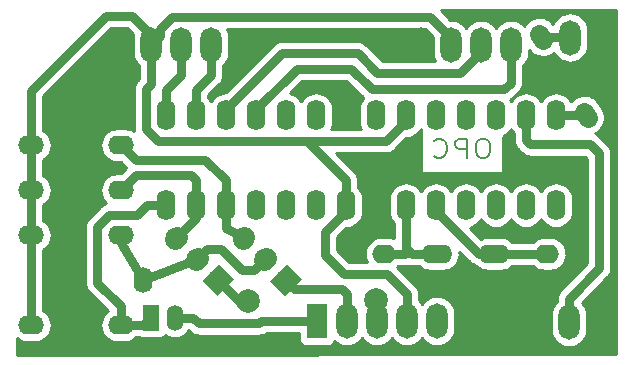
<source format=gbr>
G04 #@! TF.GenerationSoftware,KiCad,Pcbnew,5.1.4-3.fc30*
G04 #@! TF.CreationDate,2019-09-04T23:18:52+02:00*
G04 #@! TF.ProjectId,PrintEye,5072696e-7445-4796-952e-6b696361645f,rev?*
G04 #@! TF.SameCoordinates,PX7274898PY7142240*
G04 #@! TF.FileFunction,Copper,L2,Bot*
G04 #@! TF.FilePolarity,Positive*
%FSLAX46Y46*%
G04 Gerber Fmt 4.6, Leading zero omitted, Abs format (unit mm)*
G04 Created by KiCad (PCBNEW 5.1.4-3.fc30) date 2019-09-04 23:18:52*
%MOMM*%
%LPD*%
G04 APERTURE LIST*
%ADD10C,0.200000*%
%ADD11O,1.800000X3.000000*%
%ADD12R,1.800000X3.000000*%
%ADD13C,1.800000*%
%ADD14C,0.100000*%
%ADD15C,1.800000*%
%ADD16O,2.600000X1.600000*%
%ADD17C,1.600000*%
%ADD18C,1.600000*%
%ADD19O,2.200000X1.600000*%
%ADD20O,1.600000X2.200000*%
%ADD21O,1.400000X2.200000*%
%ADD22R,1.400000X2.200000*%
%ADD23O,2.000000X1.600000*%
%ADD24O,1.600000X2.600000*%
%ADD25C,1.000000*%
%ADD26C,2.000000*%
%ADD27C,0.800000*%
%ADD28C,0.254000*%
G04 APERTURE END LIST*
D10*
X40371428Y18976191D02*
X40028571Y18976191D01*
X39857142Y18900000D01*
X39685714Y18747620D01*
X39600000Y18442858D01*
X39600000Y17909524D01*
X39685714Y17604762D01*
X39857142Y17452381D01*
X40028571Y17376191D01*
X40371428Y17376191D01*
X40542857Y17452381D01*
X40714285Y17604762D01*
X40800000Y17909524D01*
X40800000Y18442858D01*
X40714285Y18747620D01*
X40542857Y18900000D01*
X40371428Y18976191D01*
X38828571Y17376191D02*
X38828571Y18976191D01*
X38142857Y18976191D01*
X37971428Y18900000D01*
X37885714Y18823810D01*
X37800000Y18671429D01*
X37800000Y18442858D01*
X37885714Y18290477D01*
X37971428Y18214286D01*
X38142857Y18138096D01*
X38828571Y18138096D01*
X36000000Y17528572D02*
X36085714Y17452381D01*
X36342857Y17376191D01*
X36514285Y17376191D01*
X36771428Y17452381D01*
X36942857Y17604762D01*
X37028571Y17757143D01*
X37114285Y18061905D01*
X37114285Y18290477D01*
X37028571Y18595239D01*
X36942857Y18747620D01*
X36771428Y18900000D01*
X36514285Y18976191D01*
X36342857Y18976191D01*
X36085714Y18900000D01*
X36000000Y18823810D01*
D11*
X38800000Y3550000D03*
X36260000Y3550000D03*
X33720000Y3550000D03*
X31180000Y3550000D03*
X28640000Y3550000D03*
D12*
X26100000Y3550000D03*
D11*
X47560000Y27550000D03*
D12*
X50100000Y27550000D03*
D11*
X47460000Y3450000D03*
D12*
X50000000Y3450000D03*
D13*
X23495000Y7000000D03*
D14*
G36*
X23565711Y8343503D02*
G01*
X24838503Y7070711D01*
X23424289Y5656497D01*
X22151497Y6929289D01*
X23565711Y8343503D01*
X23565711Y8343503D01*
G37*
D13*
X19902898Y10592102D03*
D15*
X19973609Y10662813D02*
X19832187Y10521391D01*
D13*
X21698949Y8796051D03*
D15*
X21769660Y8866762D02*
X21628238Y8725340D01*
D13*
X17780000Y7000000D03*
D14*
G36*
X17850711Y8343503D02*
G01*
X19123503Y7070711D01*
X17709289Y5656497D01*
X16436497Y6929289D01*
X17850711Y8343503D01*
X17850711Y8343503D01*
G37*
D13*
X14187898Y10592102D03*
D15*
X14258609Y10662813D02*
X14117187Y10521391D01*
D13*
X15983949Y8796051D03*
D15*
X16054660Y8866762D02*
X15913238Y8725340D01*
D11*
X17145000Y26920000D03*
X14605000Y26920000D03*
X12065000Y26920000D03*
X9525000Y26920000D03*
X42545000Y26920000D03*
X40005000Y26920000D03*
X37465000Y26920000D03*
X34925000Y26920000D03*
D16*
X36255000Y9240000D03*
X41135000Y9240000D03*
D17*
X45090000Y27599114D03*
D18*
X45240000Y27339306D02*
X44940000Y27858922D01*
D17*
X48900000Y21000000D03*
D18*
X49050000Y20740192D02*
X48750000Y21259808D01*
D19*
X9525000Y18430000D03*
X1905000Y18430000D03*
X9525000Y14620000D03*
X1905000Y14620000D03*
D20*
X3810000Y7000000D03*
X11430000Y7000000D03*
D19*
X9525000Y10810000D03*
X1905000Y10810000D03*
X1905000Y3190000D03*
X9525000Y3190000D03*
D21*
X14065000Y3825000D03*
D22*
X12065000Y3825000D03*
D23*
X45620000Y9240000D03*
X48120000Y9240000D03*
X31800000Y9240000D03*
X29300000Y9240000D03*
D24*
X13335000Y20970000D03*
X46355000Y13350000D03*
X15875000Y20970000D03*
X43815000Y13350000D03*
X18415000Y20970000D03*
X41275000Y13350000D03*
X20955000Y20970000D03*
X38735000Y13350000D03*
X23495000Y20970000D03*
X36195000Y13350000D03*
X26035000Y20970000D03*
X33655000Y13350000D03*
X28575000Y20970000D03*
X31115000Y13350000D03*
X31115000Y20970000D03*
X28575000Y13350000D03*
X33655000Y20970000D03*
X26035000Y13350000D03*
X36195000Y20970000D03*
X23495000Y13350000D03*
X38735000Y20970000D03*
X20955000Y13350000D03*
X41275000Y20970000D03*
X18415000Y13350000D03*
X43815000Y20970000D03*
X15875000Y13350000D03*
X46355000Y20970000D03*
X13335000Y13350000D03*
D25*
X28550000Y23100000D03*
X19050000Y24780000D03*
X8255000Y24780000D03*
X32385000Y27320000D03*
D26*
X20300000Y5250000D03*
X31100000Y5350000D03*
D27*
X35800000Y3570000D02*
X35780000Y3550000D01*
X33655000Y13350000D02*
X33655000Y10690000D01*
X33655000Y9740000D02*
X33655000Y10690000D01*
X34155000Y9240000D02*
X33655000Y9740000D01*
X36255000Y9240000D02*
X34155000Y9240000D01*
X33655000Y9295000D02*
X33655000Y9740000D01*
X33600000Y9240000D02*
X33655000Y9295000D01*
X31800000Y9240000D02*
X33600000Y9240000D01*
X28575000Y20970000D02*
X28575000Y23510000D01*
X36195000Y12850000D02*
X36195000Y13350000D01*
X39805000Y9240000D02*
X36195000Y12850000D01*
X41135000Y9240000D02*
X39805000Y9240000D01*
X45620000Y9240000D02*
X41135000Y9240000D01*
X28575000Y15450000D02*
X25255010Y18769990D01*
X1905000Y18430000D02*
X1905000Y14620000D01*
X33655000Y20470000D02*
X31954990Y18769990D01*
X33655000Y20970000D02*
X33655000Y20470000D01*
X37465000Y27770000D02*
X37465000Y27320000D01*
X1905000Y10810000D02*
X1905000Y3190000D01*
X25060010Y18769990D02*
X12630833Y18769990D01*
X28575000Y13350000D02*
X28575000Y15450000D01*
X28575000Y13350000D02*
X28575000Y13268666D01*
X25255010Y18769990D02*
X25060010Y18769990D01*
X31954990Y18769990D02*
X25060010Y18769990D01*
X1905000Y14620000D02*
X1905000Y10810000D01*
X28575000Y13850000D02*
X28575000Y13350000D01*
X28575000Y12850000D02*
X28575000Y13350000D01*
X26800000Y11075000D02*
X28575000Y12850000D01*
X26800000Y9135823D02*
X26800000Y11075000D01*
X33720000Y5850000D02*
X32030010Y7539990D01*
X28395833Y7539990D02*
X26800000Y9135823D01*
X32030010Y7539990D02*
X28395833Y7539990D01*
X33720000Y3550000D02*
X33720000Y5850000D01*
X10465000Y29370000D02*
X12065000Y27770000D01*
X8266089Y29370000D02*
X10465000Y29370000D01*
X1905000Y23008911D02*
X8266089Y29370000D01*
X12065000Y27770000D02*
X12065000Y27320000D01*
X1905000Y18430000D02*
X1905000Y23008911D01*
X37465000Y27525598D02*
X37465000Y27320000D01*
X13859412Y29320010D02*
X35670588Y29320010D01*
X35670588Y29320010D02*
X37465000Y27525598D01*
X12804990Y28265588D02*
X13859412Y29320010D01*
X12804990Y27654990D02*
X12804990Y28265588D01*
X12470000Y27320000D02*
X12804990Y27654990D01*
X12065000Y27320000D02*
X12470000Y27320000D01*
X11634990Y23208481D02*
X11634990Y19765833D01*
X11634990Y19765833D02*
X12630833Y18769990D01*
X12065000Y23638491D02*
X11634990Y23208481D01*
X12065000Y27320000D02*
X12065000Y23638491D01*
X9525000Y10810000D02*
X9525000Y10175000D01*
X9525000Y10175000D02*
X11430000Y7000000D01*
X11430000Y7000000D02*
X15983949Y8796051D01*
X18021980Y9644578D02*
X19750000Y7900000D01*
X15983949Y8796051D02*
X16832476Y9644578D01*
X16832476Y9644578D02*
X18021980Y9644578D01*
X20802898Y7900000D02*
X21698949Y8796051D01*
X19750000Y7900000D02*
X20802898Y7900000D01*
X16674990Y17190010D02*
X10764990Y17190010D01*
X10764990Y17190010D02*
X9525000Y18430000D01*
X18415000Y13350000D02*
X18415000Y15450000D01*
X18415000Y15450000D02*
X16674990Y17190010D01*
X18415000Y11445000D02*
X18415000Y13350000D01*
X19902898Y10592102D02*
X18415000Y11445000D01*
X15435000Y15890000D02*
X15875000Y15450000D01*
X9525000Y14620000D02*
X10795000Y15890000D01*
X15875000Y15450000D02*
X15875000Y13350000D01*
X10795000Y15890000D02*
X15435000Y15890000D01*
X15875000Y12279204D02*
X14187898Y10592102D01*
X15875000Y13350000D02*
X15875000Y12279204D01*
X15665000Y3825000D02*
X14065000Y3825000D01*
X16140001Y3349999D02*
X15665000Y3825000D01*
X21212001Y3349999D02*
X16140001Y3349999D01*
X21412002Y3550000D02*
X21212001Y3349999D01*
X26100000Y3550000D02*
X21412002Y3550000D01*
X29013490Y24910001D02*
X24395001Y24910001D01*
X20955000Y21470000D02*
X20955000Y20970000D01*
X24395001Y24910001D02*
X20955000Y21470000D01*
X30753481Y23170010D02*
X29013490Y24910001D01*
X42545000Y23735843D02*
X41979167Y23170010D01*
X41979167Y23170010D02*
X30753481Y23170010D01*
X42545000Y27320000D02*
X42545000Y23735843D01*
X17145000Y24340000D02*
X17145000Y27320000D01*
X15875000Y23070000D02*
X17145000Y24340000D01*
X15875000Y20970000D02*
X15875000Y23070000D01*
X7524990Y6790010D02*
X9525000Y4790000D01*
X9525000Y4790000D02*
X9525000Y3190000D01*
X7524990Y11514167D02*
X7524990Y6790010D01*
X8520833Y12510010D02*
X7524990Y11514167D01*
X10895010Y12510010D02*
X8520833Y12510010D01*
X11735000Y13350000D02*
X10895010Y12510010D01*
X13335000Y13350000D02*
X11735000Y13350000D01*
X11430000Y3190000D02*
X12065000Y3825000D01*
X9525000Y3190000D02*
X11430000Y3190000D01*
X24131395Y6363605D02*
X23495000Y7000000D01*
X24255020Y6239980D02*
X24131395Y6363605D01*
X28250020Y6239980D02*
X24255020Y6239980D01*
X28640000Y5850000D02*
X28250020Y6239980D01*
X28640000Y3550000D02*
X28640000Y5850000D01*
X20300000Y5250000D02*
X19530000Y5250000D01*
X19530000Y5250000D02*
X17780000Y7000000D01*
X31100000Y3630000D02*
X31180000Y3550000D01*
X31100000Y5350000D02*
X31100000Y3630000D01*
X43815000Y18870000D02*
X44185000Y18500000D01*
X43815000Y20970000D02*
X43815000Y18870000D01*
X44185000Y18500000D02*
X49250000Y18500000D01*
X47460000Y5450000D02*
X47460000Y3450000D01*
X50020010Y8010010D02*
X47460000Y5450000D01*
X50020010Y17729990D02*
X50020010Y8010010D01*
X49250000Y18500000D02*
X50020010Y17729990D01*
X47510886Y27599114D02*
X47560000Y27550000D01*
X45090000Y27599114D02*
X47510886Y27599114D01*
X48870000Y20970000D02*
X48900000Y21000000D01*
X46355000Y20970000D02*
X48870000Y20970000D01*
X18415000Y21470000D02*
X18415000Y20970000D01*
X23155011Y26210011D02*
X18415000Y21470000D01*
X31241991Y24519990D02*
X29551971Y26210011D01*
X29551971Y26210011D02*
X23155011Y26210011D01*
X38210588Y24519990D02*
X31241991Y24519990D01*
X40005000Y26314402D02*
X38210588Y24519990D01*
X40005000Y27320000D02*
X40005000Y26314402D01*
X14605000Y24340000D02*
X14605000Y27320000D01*
X13335000Y23070000D02*
X14605000Y24340000D01*
X13335000Y20970000D02*
X13335000Y23070000D01*
D28*
G36*
X51415001Y734342D02*
G01*
X685000Y685657D01*
X685000Y2088646D01*
X803899Y1991068D01*
X1053192Y1857818D01*
X1323691Y1775764D01*
X1534508Y1755000D01*
X2275492Y1755000D01*
X2486309Y1775764D01*
X2756808Y1857818D01*
X3006101Y1991068D01*
X3224608Y2170392D01*
X3403932Y2388899D01*
X3537182Y2638192D01*
X3619236Y2908691D01*
X3646943Y3190000D01*
X3619236Y3471309D01*
X3537182Y3741808D01*
X3403932Y3991101D01*
X3224608Y4209608D01*
X3006101Y4388932D01*
X2940000Y4424264D01*
X2940000Y9575736D01*
X3006101Y9611068D01*
X3224608Y9790392D01*
X3403932Y10008899D01*
X3537182Y10258192D01*
X3619236Y10528691D01*
X3646943Y10810000D01*
X3619236Y11091309D01*
X3537182Y11361808D01*
X3403932Y11611101D01*
X3224608Y11829608D01*
X3006101Y12008932D01*
X2940000Y12044264D01*
X2940000Y13385736D01*
X3006101Y13421068D01*
X3224608Y13600392D01*
X3403932Y13818899D01*
X3537182Y14068192D01*
X3619236Y14338691D01*
X3646943Y14620000D01*
X3619236Y14901309D01*
X3537182Y15171808D01*
X3403932Y15421101D01*
X3224608Y15639608D01*
X3006101Y15818932D01*
X2940000Y15854264D01*
X2940000Y17195736D01*
X3006101Y17231068D01*
X3224608Y17410392D01*
X3403932Y17628899D01*
X3537182Y17878192D01*
X3619236Y18148691D01*
X3646943Y18430000D01*
X3619236Y18711309D01*
X3537182Y18981808D01*
X3403932Y19231101D01*
X3224608Y19449608D01*
X3006101Y19628932D01*
X2940000Y19664264D01*
X2940000Y22580201D01*
X8694800Y28335000D01*
X10036290Y28335000D01*
X10552046Y27819244D01*
X10530000Y27595407D01*
X10530000Y26244592D01*
X10552210Y26019087D01*
X10639983Y25729739D01*
X10782520Y25463073D01*
X10974340Y25229339D01*
X11030001Y25183660D01*
X11030001Y24067202D01*
X10939087Y23976288D01*
X10899594Y23943877D01*
X10770256Y23786278D01*
X10674149Y23606473D01*
X10614966Y23411375D01*
X10599990Y23259318D01*
X10599990Y23259309D01*
X10594984Y23208481D01*
X10599990Y23157653D01*
X10599991Y19816671D01*
X10594984Y19765833D01*
X10607487Y19638881D01*
X10376808Y19762182D01*
X10106309Y19844236D01*
X9895492Y19865000D01*
X9154508Y19865000D01*
X8943691Y19844236D01*
X8673192Y19762182D01*
X8423899Y19628932D01*
X8205392Y19449608D01*
X8026068Y19231101D01*
X7892818Y18981808D01*
X7810764Y18711309D01*
X7783057Y18430000D01*
X7810764Y18148691D01*
X7892818Y17878192D01*
X8026068Y17628899D01*
X8205392Y17410392D01*
X8423899Y17231068D01*
X8673192Y17097818D01*
X8943691Y17015764D01*
X9154508Y16995000D01*
X9496289Y16995000D01*
X9966289Y16525000D01*
X9496289Y16055000D01*
X9154508Y16055000D01*
X8943691Y16034236D01*
X8673192Y15952182D01*
X8423899Y15818932D01*
X8205392Y15639608D01*
X8026068Y15421101D01*
X7892818Y15171808D01*
X7810764Y14901309D01*
X7783057Y14620000D01*
X7810764Y14338691D01*
X7892818Y14068192D01*
X8026068Y13818899D01*
X8205392Y13600392D01*
X8298360Y13524095D01*
X8122840Y13470851D01*
X8042291Y13427797D01*
X7943035Y13374744D01*
X7851018Y13299227D01*
X7785437Y13245406D01*
X7753030Y13205918D01*
X6829087Y12281974D01*
X6789594Y12249563D01*
X6660256Y12091964D01*
X6564149Y11912159D01*
X6504966Y11717061D01*
X6489990Y11565004D01*
X6489990Y11564995D01*
X6484984Y11514167D01*
X6489990Y11463339D01*
X6489991Y6840848D01*
X6484984Y6790010D01*
X6504967Y6587115D01*
X6564150Y6392017D01*
X6660256Y6212213D01*
X6757187Y6094103D01*
X6789595Y6054614D01*
X6829082Y6022208D01*
X8448961Y4402328D01*
X8423899Y4388932D01*
X8205392Y4209608D01*
X8026068Y3991101D01*
X7892818Y3741808D01*
X7810764Y3471309D01*
X7783057Y3190000D01*
X7810764Y2908691D01*
X7892818Y2638192D01*
X8026068Y2388899D01*
X8205392Y2170392D01*
X8423899Y1991068D01*
X8673192Y1857818D01*
X8943691Y1775764D01*
X9154508Y1755000D01*
X9895492Y1755000D01*
X10106309Y1775764D01*
X10376808Y1857818D01*
X10626101Y1991068D01*
X10825853Y2155000D01*
X11084335Y2155000D01*
X11120820Y2135498D01*
X11240518Y2099188D01*
X11365000Y2086928D01*
X12765000Y2086928D01*
X12889482Y2099188D01*
X13009180Y2135498D01*
X13119494Y2194463D01*
X13216185Y2273815D01*
X13275413Y2345985D01*
X13319726Y2309618D01*
X13551647Y2185653D01*
X13803295Y2109317D01*
X14065000Y2083541D01*
X14326706Y2109317D01*
X14578354Y2185653D01*
X14810275Y2309618D01*
X15013555Y2476445D01*
X15180382Y2679725D01*
X15238268Y2788022D01*
X15372194Y2654096D01*
X15404605Y2614603D01*
X15562204Y2485265D01*
X15742008Y2389158D01*
X15937106Y2329975D01*
X16089163Y2314999D01*
X16089166Y2314999D01*
X16140001Y2309992D01*
X16190836Y2314999D01*
X21161173Y2314999D01*
X21212001Y2309993D01*
X21262829Y2314999D01*
X21262839Y2314999D01*
X21414896Y2329975D01*
X21609994Y2389158D01*
X21789798Y2485265D01*
X21826030Y2515000D01*
X24561928Y2515000D01*
X24561928Y2050000D01*
X24574188Y1925518D01*
X24610498Y1805820D01*
X24669463Y1695506D01*
X24748815Y1598815D01*
X24845506Y1519463D01*
X24955820Y1460498D01*
X25075518Y1424188D01*
X25200000Y1411928D01*
X27000000Y1411928D01*
X27124482Y1424188D01*
X27244180Y1460498D01*
X27354494Y1519463D01*
X27451185Y1598815D01*
X27530537Y1695506D01*
X27589502Y1805820D01*
X27594495Y1822281D01*
X27783074Y1667519D01*
X28049740Y1524983D01*
X28339088Y1437210D01*
X28640000Y1407573D01*
X28940913Y1437210D01*
X29230261Y1524983D01*
X29496927Y1667519D01*
X29730661Y1859339D01*
X29910001Y2077865D01*
X30089340Y1859339D01*
X30323074Y1667519D01*
X30589740Y1524983D01*
X30879088Y1437210D01*
X31180000Y1407573D01*
X31480913Y1437210D01*
X31770261Y1524983D01*
X32036927Y1667519D01*
X32270661Y1859339D01*
X32450001Y2077865D01*
X32629340Y1859339D01*
X32863074Y1667519D01*
X33129740Y1524983D01*
X33419088Y1437210D01*
X33720000Y1407573D01*
X34020913Y1437210D01*
X34310261Y1524983D01*
X34576927Y1667519D01*
X34810661Y1859339D01*
X34990001Y2077865D01*
X35169340Y1859339D01*
X35403074Y1667519D01*
X35669740Y1524983D01*
X35959088Y1437210D01*
X36260000Y1407573D01*
X36560913Y1437210D01*
X36850261Y1524983D01*
X37116927Y1667519D01*
X37350661Y1859339D01*
X37542481Y2093073D01*
X37685017Y2359739D01*
X37772790Y2649087D01*
X37795000Y2874592D01*
X37795000Y4225408D01*
X37772790Y4450913D01*
X37685017Y4740261D01*
X37542481Y5006927D01*
X37350661Y5240661D01*
X37116926Y5432481D01*
X36850260Y5575017D01*
X36560912Y5662790D01*
X36260000Y5692427D01*
X35959087Y5662790D01*
X35669739Y5575017D01*
X35403073Y5432481D01*
X35169339Y5240661D01*
X34990000Y5022135D01*
X34810661Y5240661D01*
X34755000Y5286340D01*
X34755000Y5799165D01*
X34760007Y5850000D01*
X34752593Y5925276D01*
X34740024Y6052895D01*
X34680841Y6247993D01*
X34603733Y6392252D01*
X34584734Y6427798D01*
X34487803Y6545908D01*
X34455396Y6585396D01*
X34415908Y6617803D01*
X32906304Y8127406D01*
X33000853Y8205000D01*
X33549172Y8205000D01*
X33600000Y8199994D01*
X33650828Y8205000D01*
X33650838Y8205000D01*
X33802895Y8219976D01*
X33877500Y8242607D01*
X33952105Y8219976D01*
X34104162Y8205000D01*
X34104165Y8205000D01*
X34155000Y8199993D01*
X34205835Y8205000D01*
X34754147Y8205000D01*
X34953899Y8041068D01*
X35203192Y7907818D01*
X35473691Y7825764D01*
X35684508Y7805000D01*
X36825492Y7805000D01*
X37036309Y7825764D01*
X37306808Y7907818D01*
X37556101Y8041068D01*
X37774608Y8220392D01*
X37953932Y8438899D01*
X38087182Y8688192D01*
X38169236Y8958691D01*
X38196943Y9240000D01*
X38181173Y9400117D01*
X39037197Y8544092D01*
X39069604Y8504604D01*
X39109092Y8472197D01*
X39227202Y8375266D01*
X39304109Y8334159D01*
X39407007Y8279159D01*
X39602105Y8219976D01*
X39617780Y8218432D01*
X39833899Y8041068D01*
X40083192Y7907818D01*
X40353691Y7825764D01*
X40564508Y7805000D01*
X41705492Y7805000D01*
X41916309Y7825764D01*
X42186808Y7907818D01*
X42436101Y8041068D01*
X42635853Y8205000D01*
X44419147Y8205000D01*
X44618899Y8041068D01*
X44868192Y7907818D01*
X45138691Y7825764D01*
X45349508Y7805000D01*
X45890492Y7805000D01*
X46101309Y7825764D01*
X46371808Y7907818D01*
X46621101Y8041068D01*
X46839608Y8220392D01*
X47018932Y8438899D01*
X47152182Y8688192D01*
X47234236Y8958691D01*
X47261943Y9240000D01*
X47234236Y9521309D01*
X47152182Y9791808D01*
X47018932Y10041101D01*
X46839608Y10259608D01*
X46621101Y10438932D01*
X46371808Y10572182D01*
X46101309Y10654236D01*
X45890492Y10675000D01*
X45349508Y10675000D01*
X45138691Y10654236D01*
X44868192Y10572182D01*
X44618899Y10438932D01*
X44419147Y10275000D01*
X42635853Y10275000D01*
X42436101Y10438932D01*
X42186808Y10572182D01*
X41916309Y10654236D01*
X41705492Y10675000D01*
X40564508Y10675000D01*
X40353691Y10654236D01*
X40083192Y10572182D01*
X39987616Y10521095D01*
X39059765Y11448946D01*
X39286808Y11517818D01*
X39536101Y11651068D01*
X39754608Y11830392D01*
X39933932Y12048899D01*
X40005000Y12181858D01*
X40076068Y12048899D01*
X40255393Y11830392D01*
X40473900Y11651068D01*
X40723193Y11517818D01*
X40993692Y11435764D01*
X41275000Y11408057D01*
X41556309Y11435764D01*
X41826808Y11517818D01*
X42076101Y11651068D01*
X42294608Y11830392D01*
X42473932Y12048899D01*
X42545000Y12181858D01*
X42616068Y12048899D01*
X42795393Y11830392D01*
X43013900Y11651068D01*
X43263193Y11517818D01*
X43533692Y11435764D01*
X43815000Y11408057D01*
X44096309Y11435764D01*
X44366808Y11517818D01*
X44616101Y11651068D01*
X44834608Y11830392D01*
X45013932Y12048899D01*
X45085000Y12181858D01*
X45156068Y12048899D01*
X45335393Y11830392D01*
X45553900Y11651068D01*
X45803193Y11517818D01*
X46073692Y11435764D01*
X46355000Y11408057D01*
X46636309Y11435764D01*
X46906808Y11517818D01*
X47156101Y11651068D01*
X47374608Y11830392D01*
X47553932Y12048899D01*
X47687182Y12298192D01*
X47769236Y12568691D01*
X47790000Y12779508D01*
X47790000Y13920492D01*
X47769236Y14131309D01*
X47687182Y14401808D01*
X47553932Y14651101D01*
X47374607Y14869608D01*
X47156100Y15048932D01*
X46906807Y15182182D01*
X46636308Y15264236D01*
X46355000Y15291943D01*
X46073691Y15264236D01*
X45803192Y15182182D01*
X45553899Y15048932D01*
X45335392Y14869607D01*
X45156068Y14651100D01*
X45085000Y14518142D01*
X45013932Y14651101D01*
X44834607Y14869608D01*
X44616100Y15048932D01*
X44366807Y15182182D01*
X44096308Y15264236D01*
X43815000Y15291943D01*
X43533691Y15264236D01*
X43263192Y15182182D01*
X43013899Y15048932D01*
X42795392Y14869607D01*
X42616068Y14651100D01*
X42545000Y14518142D01*
X42473932Y14651101D01*
X42294607Y14869608D01*
X42076100Y15048932D01*
X41826807Y15182182D01*
X41556308Y15264236D01*
X41275000Y15291943D01*
X40993691Y15264236D01*
X40723192Y15182182D01*
X40473899Y15048932D01*
X40255392Y14869607D01*
X40076068Y14651100D01*
X40005000Y14518142D01*
X39933932Y14651101D01*
X39754607Y14869608D01*
X39536100Y15048932D01*
X39286807Y15182182D01*
X39016308Y15264236D01*
X38735000Y15291943D01*
X38453691Y15264236D01*
X38183192Y15182182D01*
X37933899Y15048932D01*
X37715392Y14869607D01*
X37536068Y14651100D01*
X37465000Y14518142D01*
X37393932Y14651101D01*
X37214607Y14869608D01*
X36996100Y15048932D01*
X36746807Y15182182D01*
X36476308Y15264236D01*
X36195000Y15291943D01*
X35913691Y15264236D01*
X35643192Y15182182D01*
X35393899Y15048932D01*
X35175392Y14869607D01*
X34996068Y14651100D01*
X34925000Y14518142D01*
X34853932Y14651101D01*
X34674607Y14869608D01*
X34456100Y15048932D01*
X34206807Y15182182D01*
X33936308Y15264236D01*
X33655000Y15291943D01*
X33373691Y15264236D01*
X33103192Y15182182D01*
X32853899Y15048932D01*
X32635392Y14869607D01*
X32456068Y14651100D01*
X32322818Y14401807D01*
X32240764Y14131308D01*
X32220000Y13920491D01*
X32220000Y12779508D01*
X32240764Y12568691D01*
X32322818Y12298192D01*
X32456068Y12048899D01*
X32620001Y11849148D01*
X32620001Y10535732D01*
X32551808Y10572182D01*
X32281309Y10654236D01*
X32070492Y10675000D01*
X31529508Y10675000D01*
X31318691Y10654236D01*
X31048192Y10572182D01*
X30798899Y10438932D01*
X30580392Y10259608D01*
X30401068Y10041101D01*
X30267818Y9791808D01*
X30185764Y9521309D01*
X30158057Y9240000D01*
X30185764Y8958691D01*
X30267818Y8688192D01*
X30328326Y8574990D01*
X28824544Y8574990D01*
X27835000Y9564533D01*
X27835000Y10646290D01*
X28599146Y11410435D01*
X28856309Y11435764D01*
X29126808Y11517818D01*
X29376101Y11651068D01*
X29594608Y11830392D01*
X29773932Y12048899D01*
X29907182Y12298192D01*
X29989236Y12568691D01*
X30010000Y12779508D01*
X30010000Y13920492D01*
X29989236Y14131309D01*
X29907182Y14401808D01*
X29773932Y14651101D01*
X29610000Y14850852D01*
X29610000Y15399165D01*
X29615007Y15450000D01*
X29610000Y15500838D01*
X29595024Y15652895D01*
X29535841Y15847993D01*
X29480151Y15952182D01*
X29439734Y16027798D01*
X29342803Y16145908D01*
X29310396Y16185396D01*
X29270908Y16217803D01*
X27753721Y17734990D01*
X31904162Y17734990D01*
X31954990Y17729984D01*
X32005818Y17734990D01*
X32005828Y17734990D01*
X32157885Y17749966D01*
X32352983Y17809149D01*
X32532787Y17905256D01*
X32690386Y18034594D01*
X32722797Y18074087D01*
X33679146Y19030435D01*
X33936309Y19055764D01*
X34206808Y19137818D01*
X34456101Y19271068D01*
X34674608Y19450392D01*
X34853932Y19668899D01*
X34922143Y19796513D01*
X34922143Y16067000D01*
X41877857Y16067000D01*
X41877857Y19165104D01*
X42076101Y19271068D01*
X42294608Y19450392D01*
X42473932Y19668899D01*
X42545000Y19801858D01*
X42616068Y19668899D01*
X42780001Y19469147D01*
X42780001Y18920838D01*
X42774994Y18870000D01*
X42794977Y18667105D01*
X42854160Y18472007D01*
X42950266Y18292203D01*
X43017701Y18210034D01*
X43079605Y18134604D01*
X43119093Y18102197D01*
X43417193Y17804097D01*
X43449604Y17764604D01*
X43607203Y17635266D01*
X43787007Y17539159D01*
X43982105Y17479976D01*
X44134162Y17465000D01*
X44134171Y17465000D01*
X44184999Y17459994D01*
X44235827Y17465000D01*
X48821290Y17465000D01*
X48985010Y17301279D01*
X48985011Y8438722D01*
X46764097Y6217807D01*
X46724604Y6185396D01*
X46595266Y6027797D01*
X46499159Y5847992D01*
X46439976Y5652894D01*
X46425000Y5500837D01*
X46425000Y5500828D01*
X46419994Y5450000D01*
X46425000Y5399172D01*
X46425000Y5186340D01*
X46369340Y5140661D01*
X46177520Y4906927D01*
X46034983Y4640261D01*
X45947210Y4350913D01*
X45925000Y4125408D01*
X45925000Y2774593D01*
X45947210Y2549088D01*
X46034983Y2259740D01*
X46177519Y1993074D01*
X46369339Y1759339D01*
X46603073Y1567519D01*
X46869739Y1424983D01*
X47159087Y1337210D01*
X47460000Y1307573D01*
X47760912Y1337210D01*
X48050260Y1424983D01*
X48316926Y1567519D01*
X48550661Y1759339D01*
X48742481Y1993073D01*
X48885017Y2259739D01*
X48972790Y2549087D01*
X48995000Y2774592D01*
X48995000Y4125408D01*
X48972790Y4350913D01*
X48885017Y4640261D01*
X48742481Y4906927D01*
X48579379Y5105668D01*
X50715918Y7242207D01*
X50755406Y7274614D01*
X50787813Y7314102D01*
X50884744Y7432212D01*
X50962560Y7577797D01*
X50980851Y7612017D01*
X51040034Y7807115D01*
X51055010Y7959172D01*
X51055010Y7959174D01*
X51060017Y8010010D01*
X51055010Y8060845D01*
X51055010Y17679155D01*
X51060017Y17729990D01*
X51055010Y17780828D01*
X51040034Y17932885D01*
X50988731Y18102007D01*
X50980851Y18127984D01*
X50884744Y18307788D01*
X50787813Y18425898D01*
X50755406Y18465386D01*
X50715918Y18497793D01*
X50017807Y19195903D01*
X49985396Y19235396D01*
X49827797Y19364734D01*
X49673437Y19447241D01*
X49770970Y19491432D01*
X50000738Y19656082D01*
X50193970Y19862392D01*
X50343239Y20102436D01*
X50442810Y20366989D01*
X50488856Y20645883D01*
X50479607Y20928403D01*
X50415419Y21203689D01*
X50327993Y21396643D01*
X49957500Y22038355D01*
X49834110Y22210546D01*
X49627800Y22403778D01*
X49387755Y22553047D01*
X49123203Y22652618D01*
X48844308Y22698664D01*
X48561790Y22689415D01*
X48286504Y22625227D01*
X48029030Y22508567D01*
X47799262Y22343918D01*
X47618289Y22150697D01*
X47553932Y22271101D01*
X47374607Y22489608D01*
X47156100Y22668932D01*
X46906807Y22802182D01*
X46636308Y22884236D01*
X46355000Y22911943D01*
X46073691Y22884236D01*
X45803192Y22802182D01*
X45553899Y22668932D01*
X45335392Y22489607D01*
X45156068Y22271100D01*
X45085000Y22138142D01*
X45013932Y22271101D01*
X44834607Y22489608D01*
X44616100Y22668932D01*
X44366807Y22802182D01*
X44096308Y22884236D01*
X43815000Y22911943D01*
X43533691Y22884236D01*
X43263192Y22802182D01*
X43013899Y22668932D01*
X42795392Y22489607D01*
X42616068Y22271100D01*
X42545000Y22138142D01*
X42478175Y22263163D01*
X42556964Y22305276D01*
X42714563Y22434614D01*
X42746974Y22474107D01*
X43240903Y22968036D01*
X43280396Y23000447D01*
X43409734Y23158046D01*
X43505841Y23337850D01*
X43565024Y23532948D01*
X43580000Y23685005D01*
X43580000Y23685008D01*
X43585007Y23735843D01*
X43580000Y23786678D01*
X43580000Y25183659D01*
X43635661Y25229339D01*
X43827481Y25463073D01*
X43970017Y25729739D01*
X44057790Y26019087D01*
X44080000Y26244592D01*
X44080000Y26494473D01*
X44155890Y26388568D01*
X44362200Y26195336D01*
X44602245Y26046067D01*
X44866797Y25946496D01*
X45145691Y25900450D01*
X45428210Y25909699D01*
X45703496Y25973887D01*
X45960970Y26090546D01*
X46190738Y26255196D01*
X46190818Y26255281D01*
X46277519Y26093074D01*
X46469339Y25859339D01*
X46703073Y25667519D01*
X46969739Y25524983D01*
X47259087Y25437210D01*
X47560000Y25407573D01*
X47860912Y25437210D01*
X48150260Y25524983D01*
X48416926Y25667519D01*
X48650661Y25859339D01*
X48842481Y26093073D01*
X48985017Y26359739D01*
X49072790Y26649087D01*
X49095000Y26874592D01*
X49095000Y28225408D01*
X49072790Y28450913D01*
X48985017Y28740261D01*
X48842481Y29006927D01*
X48650661Y29240661D01*
X48416927Y29432481D01*
X48150261Y29575017D01*
X47860913Y29662790D01*
X47560000Y29692427D01*
X47259088Y29662790D01*
X46969740Y29575017D01*
X46703074Y29432481D01*
X46469340Y29240661D01*
X46277520Y29006927D01*
X46134983Y28740261D01*
X46116798Y28680314D01*
X46024110Y28809660D01*
X45817800Y29002892D01*
X45577755Y29152161D01*
X45313203Y29251732D01*
X45034308Y29297778D01*
X44751790Y29288529D01*
X44476504Y29224341D01*
X44219030Y29107681D01*
X43989262Y28943032D01*
X43796030Y28736722D01*
X43682301Y28553830D01*
X43635661Y28610661D01*
X43401926Y28802481D01*
X43135260Y28945017D01*
X42845912Y29032790D01*
X42545000Y29062427D01*
X42244087Y29032790D01*
X41954739Y28945017D01*
X41688073Y28802481D01*
X41454339Y28610661D01*
X41275000Y28392135D01*
X41095661Y28610661D01*
X40861926Y28802481D01*
X40595260Y28945017D01*
X40305912Y29032790D01*
X40005000Y29062427D01*
X39704087Y29032790D01*
X39414739Y28945017D01*
X39148073Y28802481D01*
X38914339Y28610661D01*
X38735000Y28392135D01*
X38555661Y28610661D01*
X38321926Y28802481D01*
X38055260Y28945017D01*
X37765912Y29032790D01*
X37465000Y29062427D01*
X37398437Y29055871D01*
X36605665Y29848643D01*
X51415000Y29864277D01*
X51415001Y734342D01*
X51415001Y734342D01*
G37*
X51415001Y734342D02*
X685000Y685657D01*
X685000Y2088646D01*
X803899Y1991068D01*
X1053192Y1857818D01*
X1323691Y1775764D01*
X1534508Y1755000D01*
X2275492Y1755000D01*
X2486309Y1775764D01*
X2756808Y1857818D01*
X3006101Y1991068D01*
X3224608Y2170392D01*
X3403932Y2388899D01*
X3537182Y2638192D01*
X3619236Y2908691D01*
X3646943Y3190000D01*
X3619236Y3471309D01*
X3537182Y3741808D01*
X3403932Y3991101D01*
X3224608Y4209608D01*
X3006101Y4388932D01*
X2940000Y4424264D01*
X2940000Y9575736D01*
X3006101Y9611068D01*
X3224608Y9790392D01*
X3403932Y10008899D01*
X3537182Y10258192D01*
X3619236Y10528691D01*
X3646943Y10810000D01*
X3619236Y11091309D01*
X3537182Y11361808D01*
X3403932Y11611101D01*
X3224608Y11829608D01*
X3006101Y12008932D01*
X2940000Y12044264D01*
X2940000Y13385736D01*
X3006101Y13421068D01*
X3224608Y13600392D01*
X3403932Y13818899D01*
X3537182Y14068192D01*
X3619236Y14338691D01*
X3646943Y14620000D01*
X3619236Y14901309D01*
X3537182Y15171808D01*
X3403932Y15421101D01*
X3224608Y15639608D01*
X3006101Y15818932D01*
X2940000Y15854264D01*
X2940000Y17195736D01*
X3006101Y17231068D01*
X3224608Y17410392D01*
X3403932Y17628899D01*
X3537182Y17878192D01*
X3619236Y18148691D01*
X3646943Y18430000D01*
X3619236Y18711309D01*
X3537182Y18981808D01*
X3403932Y19231101D01*
X3224608Y19449608D01*
X3006101Y19628932D01*
X2940000Y19664264D01*
X2940000Y22580201D01*
X8694800Y28335000D01*
X10036290Y28335000D01*
X10552046Y27819244D01*
X10530000Y27595407D01*
X10530000Y26244592D01*
X10552210Y26019087D01*
X10639983Y25729739D01*
X10782520Y25463073D01*
X10974340Y25229339D01*
X11030001Y25183660D01*
X11030001Y24067202D01*
X10939087Y23976288D01*
X10899594Y23943877D01*
X10770256Y23786278D01*
X10674149Y23606473D01*
X10614966Y23411375D01*
X10599990Y23259318D01*
X10599990Y23259309D01*
X10594984Y23208481D01*
X10599990Y23157653D01*
X10599991Y19816671D01*
X10594984Y19765833D01*
X10607487Y19638881D01*
X10376808Y19762182D01*
X10106309Y19844236D01*
X9895492Y19865000D01*
X9154508Y19865000D01*
X8943691Y19844236D01*
X8673192Y19762182D01*
X8423899Y19628932D01*
X8205392Y19449608D01*
X8026068Y19231101D01*
X7892818Y18981808D01*
X7810764Y18711309D01*
X7783057Y18430000D01*
X7810764Y18148691D01*
X7892818Y17878192D01*
X8026068Y17628899D01*
X8205392Y17410392D01*
X8423899Y17231068D01*
X8673192Y17097818D01*
X8943691Y17015764D01*
X9154508Y16995000D01*
X9496289Y16995000D01*
X9966289Y16525000D01*
X9496289Y16055000D01*
X9154508Y16055000D01*
X8943691Y16034236D01*
X8673192Y15952182D01*
X8423899Y15818932D01*
X8205392Y15639608D01*
X8026068Y15421101D01*
X7892818Y15171808D01*
X7810764Y14901309D01*
X7783057Y14620000D01*
X7810764Y14338691D01*
X7892818Y14068192D01*
X8026068Y13818899D01*
X8205392Y13600392D01*
X8298360Y13524095D01*
X8122840Y13470851D01*
X8042291Y13427797D01*
X7943035Y13374744D01*
X7851018Y13299227D01*
X7785437Y13245406D01*
X7753030Y13205918D01*
X6829087Y12281974D01*
X6789594Y12249563D01*
X6660256Y12091964D01*
X6564149Y11912159D01*
X6504966Y11717061D01*
X6489990Y11565004D01*
X6489990Y11564995D01*
X6484984Y11514167D01*
X6489990Y11463339D01*
X6489991Y6840848D01*
X6484984Y6790010D01*
X6504967Y6587115D01*
X6564150Y6392017D01*
X6660256Y6212213D01*
X6757187Y6094103D01*
X6789595Y6054614D01*
X6829082Y6022208D01*
X8448961Y4402328D01*
X8423899Y4388932D01*
X8205392Y4209608D01*
X8026068Y3991101D01*
X7892818Y3741808D01*
X7810764Y3471309D01*
X7783057Y3190000D01*
X7810764Y2908691D01*
X7892818Y2638192D01*
X8026068Y2388899D01*
X8205392Y2170392D01*
X8423899Y1991068D01*
X8673192Y1857818D01*
X8943691Y1775764D01*
X9154508Y1755000D01*
X9895492Y1755000D01*
X10106309Y1775764D01*
X10376808Y1857818D01*
X10626101Y1991068D01*
X10825853Y2155000D01*
X11084335Y2155000D01*
X11120820Y2135498D01*
X11240518Y2099188D01*
X11365000Y2086928D01*
X12765000Y2086928D01*
X12889482Y2099188D01*
X13009180Y2135498D01*
X13119494Y2194463D01*
X13216185Y2273815D01*
X13275413Y2345985D01*
X13319726Y2309618D01*
X13551647Y2185653D01*
X13803295Y2109317D01*
X14065000Y2083541D01*
X14326706Y2109317D01*
X14578354Y2185653D01*
X14810275Y2309618D01*
X15013555Y2476445D01*
X15180382Y2679725D01*
X15238268Y2788022D01*
X15372194Y2654096D01*
X15404605Y2614603D01*
X15562204Y2485265D01*
X15742008Y2389158D01*
X15937106Y2329975D01*
X16089163Y2314999D01*
X16089166Y2314999D01*
X16140001Y2309992D01*
X16190836Y2314999D01*
X21161173Y2314999D01*
X21212001Y2309993D01*
X21262829Y2314999D01*
X21262839Y2314999D01*
X21414896Y2329975D01*
X21609994Y2389158D01*
X21789798Y2485265D01*
X21826030Y2515000D01*
X24561928Y2515000D01*
X24561928Y2050000D01*
X24574188Y1925518D01*
X24610498Y1805820D01*
X24669463Y1695506D01*
X24748815Y1598815D01*
X24845506Y1519463D01*
X24955820Y1460498D01*
X25075518Y1424188D01*
X25200000Y1411928D01*
X27000000Y1411928D01*
X27124482Y1424188D01*
X27244180Y1460498D01*
X27354494Y1519463D01*
X27451185Y1598815D01*
X27530537Y1695506D01*
X27589502Y1805820D01*
X27594495Y1822281D01*
X27783074Y1667519D01*
X28049740Y1524983D01*
X28339088Y1437210D01*
X28640000Y1407573D01*
X28940913Y1437210D01*
X29230261Y1524983D01*
X29496927Y1667519D01*
X29730661Y1859339D01*
X29910001Y2077865D01*
X30089340Y1859339D01*
X30323074Y1667519D01*
X30589740Y1524983D01*
X30879088Y1437210D01*
X31180000Y1407573D01*
X31480913Y1437210D01*
X31770261Y1524983D01*
X32036927Y1667519D01*
X32270661Y1859339D01*
X32450001Y2077865D01*
X32629340Y1859339D01*
X32863074Y1667519D01*
X33129740Y1524983D01*
X33419088Y1437210D01*
X33720000Y1407573D01*
X34020913Y1437210D01*
X34310261Y1524983D01*
X34576927Y1667519D01*
X34810661Y1859339D01*
X34990001Y2077865D01*
X35169340Y1859339D01*
X35403074Y1667519D01*
X35669740Y1524983D01*
X35959088Y1437210D01*
X36260000Y1407573D01*
X36560913Y1437210D01*
X36850261Y1524983D01*
X37116927Y1667519D01*
X37350661Y1859339D01*
X37542481Y2093073D01*
X37685017Y2359739D01*
X37772790Y2649087D01*
X37795000Y2874592D01*
X37795000Y4225408D01*
X37772790Y4450913D01*
X37685017Y4740261D01*
X37542481Y5006927D01*
X37350661Y5240661D01*
X37116926Y5432481D01*
X36850260Y5575017D01*
X36560912Y5662790D01*
X36260000Y5692427D01*
X35959087Y5662790D01*
X35669739Y5575017D01*
X35403073Y5432481D01*
X35169339Y5240661D01*
X34990000Y5022135D01*
X34810661Y5240661D01*
X34755000Y5286340D01*
X34755000Y5799165D01*
X34760007Y5850000D01*
X34752593Y5925276D01*
X34740024Y6052895D01*
X34680841Y6247993D01*
X34603733Y6392252D01*
X34584734Y6427798D01*
X34487803Y6545908D01*
X34455396Y6585396D01*
X34415908Y6617803D01*
X32906304Y8127406D01*
X33000853Y8205000D01*
X33549172Y8205000D01*
X33600000Y8199994D01*
X33650828Y8205000D01*
X33650838Y8205000D01*
X33802895Y8219976D01*
X33877500Y8242607D01*
X33952105Y8219976D01*
X34104162Y8205000D01*
X34104165Y8205000D01*
X34155000Y8199993D01*
X34205835Y8205000D01*
X34754147Y8205000D01*
X34953899Y8041068D01*
X35203192Y7907818D01*
X35473691Y7825764D01*
X35684508Y7805000D01*
X36825492Y7805000D01*
X37036309Y7825764D01*
X37306808Y7907818D01*
X37556101Y8041068D01*
X37774608Y8220392D01*
X37953932Y8438899D01*
X38087182Y8688192D01*
X38169236Y8958691D01*
X38196943Y9240000D01*
X38181173Y9400117D01*
X39037197Y8544092D01*
X39069604Y8504604D01*
X39109092Y8472197D01*
X39227202Y8375266D01*
X39304109Y8334159D01*
X39407007Y8279159D01*
X39602105Y8219976D01*
X39617780Y8218432D01*
X39833899Y8041068D01*
X40083192Y7907818D01*
X40353691Y7825764D01*
X40564508Y7805000D01*
X41705492Y7805000D01*
X41916309Y7825764D01*
X42186808Y7907818D01*
X42436101Y8041068D01*
X42635853Y8205000D01*
X44419147Y8205000D01*
X44618899Y8041068D01*
X44868192Y7907818D01*
X45138691Y7825764D01*
X45349508Y7805000D01*
X45890492Y7805000D01*
X46101309Y7825764D01*
X46371808Y7907818D01*
X46621101Y8041068D01*
X46839608Y8220392D01*
X47018932Y8438899D01*
X47152182Y8688192D01*
X47234236Y8958691D01*
X47261943Y9240000D01*
X47234236Y9521309D01*
X47152182Y9791808D01*
X47018932Y10041101D01*
X46839608Y10259608D01*
X46621101Y10438932D01*
X46371808Y10572182D01*
X46101309Y10654236D01*
X45890492Y10675000D01*
X45349508Y10675000D01*
X45138691Y10654236D01*
X44868192Y10572182D01*
X44618899Y10438932D01*
X44419147Y10275000D01*
X42635853Y10275000D01*
X42436101Y10438932D01*
X42186808Y10572182D01*
X41916309Y10654236D01*
X41705492Y10675000D01*
X40564508Y10675000D01*
X40353691Y10654236D01*
X40083192Y10572182D01*
X39987616Y10521095D01*
X39059765Y11448946D01*
X39286808Y11517818D01*
X39536101Y11651068D01*
X39754608Y11830392D01*
X39933932Y12048899D01*
X40005000Y12181858D01*
X40076068Y12048899D01*
X40255393Y11830392D01*
X40473900Y11651068D01*
X40723193Y11517818D01*
X40993692Y11435764D01*
X41275000Y11408057D01*
X41556309Y11435764D01*
X41826808Y11517818D01*
X42076101Y11651068D01*
X42294608Y11830392D01*
X42473932Y12048899D01*
X42545000Y12181858D01*
X42616068Y12048899D01*
X42795393Y11830392D01*
X43013900Y11651068D01*
X43263193Y11517818D01*
X43533692Y11435764D01*
X43815000Y11408057D01*
X44096309Y11435764D01*
X44366808Y11517818D01*
X44616101Y11651068D01*
X44834608Y11830392D01*
X45013932Y12048899D01*
X45085000Y12181858D01*
X45156068Y12048899D01*
X45335393Y11830392D01*
X45553900Y11651068D01*
X45803193Y11517818D01*
X46073692Y11435764D01*
X46355000Y11408057D01*
X46636309Y11435764D01*
X46906808Y11517818D01*
X47156101Y11651068D01*
X47374608Y11830392D01*
X47553932Y12048899D01*
X47687182Y12298192D01*
X47769236Y12568691D01*
X47790000Y12779508D01*
X47790000Y13920492D01*
X47769236Y14131309D01*
X47687182Y14401808D01*
X47553932Y14651101D01*
X47374607Y14869608D01*
X47156100Y15048932D01*
X46906807Y15182182D01*
X46636308Y15264236D01*
X46355000Y15291943D01*
X46073691Y15264236D01*
X45803192Y15182182D01*
X45553899Y15048932D01*
X45335392Y14869607D01*
X45156068Y14651100D01*
X45085000Y14518142D01*
X45013932Y14651101D01*
X44834607Y14869608D01*
X44616100Y15048932D01*
X44366807Y15182182D01*
X44096308Y15264236D01*
X43815000Y15291943D01*
X43533691Y15264236D01*
X43263192Y15182182D01*
X43013899Y15048932D01*
X42795392Y14869607D01*
X42616068Y14651100D01*
X42545000Y14518142D01*
X42473932Y14651101D01*
X42294607Y14869608D01*
X42076100Y15048932D01*
X41826807Y15182182D01*
X41556308Y15264236D01*
X41275000Y15291943D01*
X40993691Y15264236D01*
X40723192Y15182182D01*
X40473899Y15048932D01*
X40255392Y14869607D01*
X40076068Y14651100D01*
X40005000Y14518142D01*
X39933932Y14651101D01*
X39754607Y14869608D01*
X39536100Y15048932D01*
X39286807Y15182182D01*
X39016308Y15264236D01*
X38735000Y15291943D01*
X38453691Y15264236D01*
X38183192Y15182182D01*
X37933899Y15048932D01*
X37715392Y14869607D01*
X37536068Y14651100D01*
X37465000Y14518142D01*
X37393932Y14651101D01*
X37214607Y14869608D01*
X36996100Y15048932D01*
X36746807Y15182182D01*
X36476308Y15264236D01*
X36195000Y15291943D01*
X35913691Y15264236D01*
X35643192Y15182182D01*
X35393899Y15048932D01*
X35175392Y14869607D01*
X34996068Y14651100D01*
X34925000Y14518142D01*
X34853932Y14651101D01*
X34674607Y14869608D01*
X34456100Y15048932D01*
X34206807Y15182182D01*
X33936308Y15264236D01*
X33655000Y15291943D01*
X33373691Y15264236D01*
X33103192Y15182182D01*
X32853899Y15048932D01*
X32635392Y14869607D01*
X32456068Y14651100D01*
X32322818Y14401807D01*
X32240764Y14131308D01*
X32220000Y13920491D01*
X32220000Y12779508D01*
X32240764Y12568691D01*
X32322818Y12298192D01*
X32456068Y12048899D01*
X32620001Y11849148D01*
X32620001Y10535732D01*
X32551808Y10572182D01*
X32281309Y10654236D01*
X32070492Y10675000D01*
X31529508Y10675000D01*
X31318691Y10654236D01*
X31048192Y10572182D01*
X30798899Y10438932D01*
X30580392Y10259608D01*
X30401068Y10041101D01*
X30267818Y9791808D01*
X30185764Y9521309D01*
X30158057Y9240000D01*
X30185764Y8958691D01*
X30267818Y8688192D01*
X30328326Y8574990D01*
X28824544Y8574990D01*
X27835000Y9564533D01*
X27835000Y10646290D01*
X28599146Y11410435D01*
X28856309Y11435764D01*
X29126808Y11517818D01*
X29376101Y11651068D01*
X29594608Y11830392D01*
X29773932Y12048899D01*
X29907182Y12298192D01*
X29989236Y12568691D01*
X30010000Y12779508D01*
X30010000Y13920492D01*
X29989236Y14131309D01*
X29907182Y14401808D01*
X29773932Y14651101D01*
X29610000Y14850852D01*
X29610000Y15399165D01*
X29615007Y15450000D01*
X29610000Y15500838D01*
X29595024Y15652895D01*
X29535841Y15847993D01*
X29480151Y15952182D01*
X29439734Y16027798D01*
X29342803Y16145908D01*
X29310396Y16185396D01*
X29270908Y16217803D01*
X27753721Y17734990D01*
X31904162Y17734990D01*
X31954990Y17729984D01*
X32005818Y17734990D01*
X32005828Y17734990D01*
X32157885Y17749966D01*
X32352983Y17809149D01*
X32532787Y17905256D01*
X32690386Y18034594D01*
X32722797Y18074087D01*
X33679146Y19030435D01*
X33936309Y19055764D01*
X34206808Y19137818D01*
X34456101Y19271068D01*
X34674608Y19450392D01*
X34853932Y19668899D01*
X34922143Y19796513D01*
X34922143Y16067000D01*
X41877857Y16067000D01*
X41877857Y19165104D01*
X42076101Y19271068D01*
X42294608Y19450392D01*
X42473932Y19668899D01*
X42545000Y19801858D01*
X42616068Y19668899D01*
X42780001Y19469147D01*
X42780001Y18920838D01*
X42774994Y18870000D01*
X42794977Y18667105D01*
X42854160Y18472007D01*
X42950266Y18292203D01*
X43017701Y18210034D01*
X43079605Y18134604D01*
X43119093Y18102197D01*
X43417193Y17804097D01*
X43449604Y17764604D01*
X43607203Y17635266D01*
X43787007Y17539159D01*
X43982105Y17479976D01*
X44134162Y17465000D01*
X44134171Y17465000D01*
X44184999Y17459994D01*
X44235827Y17465000D01*
X48821290Y17465000D01*
X48985010Y17301279D01*
X48985011Y8438722D01*
X46764097Y6217807D01*
X46724604Y6185396D01*
X46595266Y6027797D01*
X46499159Y5847992D01*
X46439976Y5652894D01*
X46425000Y5500837D01*
X46425000Y5500828D01*
X46419994Y5450000D01*
X46425000Y5399172D01*
X46425000Y5186340D01*
X46369340Y5140661D01*
X46177520Y4906927D01*
X46034983Y4640261D01*
X45947210Y4350913D01*
X45925000Y4125408D01*
X45925000Y2774593D01*
X45947210Y2549088D01*
X46034983Y2259740D01*
X46177519Y1993074D01*
X46369339Y1759339D01*
X46603073Y1567519D01*
X46869739Y1424983D01*
X47159087Y1337210D01*
X47460000Y1307573D01*
X47760912Y1337210D01*
X48050260Y1424983D01*
X48316926Y1567519D01*
X48550661Y1759339D01*
X48742481Y1993073D01*
X48885017Y2259739D01*
X48972790Y2549087D01*
X48995000Y2774592D01*
X48995000Y4125408D01*
X48972790Y4350913D01*
X48885017Y4640261D01*
X48742481Y4906927D01*
X48579379Y5105668D01*
X50715918Y7242207D01*
X50755406Y7274614D01*
X50787813Y7314102D01*
X50884744Y7432212D01*
X50962560Y7577797D01*
X50980851Y7612017D01*
X51040034Y7807115D01*
X51055010Y7959172D01*
X51055010Y7959174D01*
X51060017Y8010010D01*
X51055010Y8060845D01*
X51055010Y17679155D01*
X51060017Y17729990D01*
X51055010Y17780828D01*
X51040034Y17932885D01*
X50988731Y18102007D01*
X50980851Y18127984D01*
X50884744Y18307788D01*
X50787813Y18425898D01*
X50755406Y18465386D01*
X50715918Y18497793D01*
X50017807Y19195903D01*
X49985396Y19235396D01*
X49827797Y19364734D01*
X49673437Y19447241D01*
X49770970Y19491432D01*
X50000738Y19656082D01*
X50193970Y19862392D01*
X50343239Y20102436D01*
X50442810Y20366989D01*
X50488856Y20645883D01*
X50479607Y20928403D01*
X50415419Y21203689D01*
X50327993Y21396643D01*
X49957500Y22038355D01*
X49834110Y22210546D01*
X49627800Y22403778D01*
X49387755Y22553047D01*
X49123203Y22652618D01*
X48844308Y22698664D01*
X48561790Y22689415D01*
X48286504Y22625227D01*
X48029030Y22508567D01*
X47799262Y22343918D01*
X47618289Y22150697D01*
X47553932Y22271101D01*
X47374607Y22489608D01*
X47156100Y22668932D01*
X46906807Y22802182D01*
X46636308Y22884236D01*
X46355000Y22911943D01*
X46073691Y22884236D01*
X45803192Y22802182D01*
X45553899Y22668932D01*
X45335392Y22489607D01*
X45156068Y22271100D01*
X45085000Y22138142D01*
X45013932Y22271101D01*
X44834607Y22489608D01*
X44616100Y22668932D01*
X44366807Y22802182D01*
X44096308Y22884236D01*
X43815000Y22911943D01*
X43533691Y22884236D01*
X43263192Y22802182D01*
X43013899Y22668932D01*
X42795392Y22489607D01*
X42616068Y22271100D01*
X42545000Y22138142D01*
X42478175Y22263163D01*
X42556964Y22305276D01*
X42714563Y22434614D01*
X42746974Y22474107D01*
X43240903Y22968036D01*
X43280396Y23000447D01*
X43409734Y23158046D01*
X43505841Y23337850D01*
X43565024Y23532948D01*
X43580000Y23685005D01*
X43580000Y23685008D01*
X43585007Y23735843D01*
X43580000Y23786678D01*
X43580000Y25183659D01*
X43635661Y25229339D01*
X43827481Y25463073D01*
X43970017Y25729739D01*
X44057790Y26019087D01*
X44080000Y26244592D01*
X44080000Y26494473D01*
X44155890Y26388568D01*
X44362200Y26195336D01*
X44602245Y26046067D01*
X44866797Y25946496D01*
X45145691Y25900450D01*
X45428210Y25909699D01*
X45703496Y25973887D01*
X45960970Y26090546D01*
X46190738Y26255196D01*
X46190818Y26255281D01*
X46277519Y26093074D01*
X46469339Y25859339D01*
X46703073Y25667519D01*
X46969739Y25524983D01*
X47259087Y25437210D01*
X47560000Y25407573D01*
X47860912Y25437210D01*
X48150260Y25524983D01*
X48416926Y25667519D01*
X48650661Y25859339D01*
X48842481Y26093073D01*
X48985017Y26359739D01*
X49072790Y26649087D01*
X49095000Y26874592D01*
X49095000Y28225408D01*
X49072790Y28450913D01*
X48985017Y28740261D01*
X48842481Y29006927D01*
X48650661Y29240661D01*
X48416927Y29432481D01*
X48150261Y29575017D01*
X47860913Y29662790D01*
X47560000Y29692427D01*
X47259088Y29662790D01*
X46969740Y29575017D01*
X46703074Y29432481D01*
X46469340Y29240661D01*
X46277520Y29006927D01*
X46134983Y28740261D01*
X46116798Y28680314D01*
X46024110Y28809660D01*
X45817800Y29002892D01*
X45577755Y29152161D01*
X45313203Y29251732D01*
X45034308Y29297778D01*
X44751790Y29288529D01*
X44476504Y29224341D01*
X44219030Y29107681D01*
X43989262Y28943032D01*
X43796030Y28736722D01*
X43682301Y28553830D01*
X43635661Y28610661D01*
X43401926Y28802481D01*
X43135260Y28945017D01*
X42845912Y29032790D01*
X42545000Y29062427D01*
X42244087Y29032790D01*
X41954739Y28945017D01*
X41688073Y28802481D01*
X41454339Y28610661D01*
X41275000Y28392135D01*
X41095661Y28610661D01*
X40861926Y28802481D01*
X40595260Y28945017D01*
X40305912Y29032790D01*
X40005000Y29062427D01*
X39704087Y29032790D01*
X39414739Y28945017D01*
X39148073Y28802481D01*
X38914339Y28610661D01*
X38735000Y28392135D01*
X38555661Y28610661D01*
X38321926Y28802481D01*
X38055260Y28945017D01*
X37765912Y29032790D01*
X37465000Y29062427D01*
X37398437Y29055871D01*
X36605665Y29848643D01*
X51415000Y29864277D01*
X51415001Y734342D01*
G36*
X29985678Y22474102D02*
G01*
X30018085Y22434614D01*
X30037311Y22418835D01*
X29916068Y22271100D01*
X29782818Y22021807D01*
X29700764Y21751308D01*
X29680000Y21540491D01*
X29680000Y20399508D01*
X29700764Y20188691D01*
X29782818Y19918192D01*
X29843326Y19804990D01*
X27306674Y19804990D01*
X27367182Y19918192D01*
X27449236Y20188691D01*
X27470000Y20399508D01*
X27470000Y21540492D01*
X27449236Y21751309D01*
X27367182Y22021808D01*
X27233932Y22271101D01*
X27054607Y22489608D01*
X26836100Y22668932D01*
X26586807Y22802182D01*
X26316308Y22884236D01*
X26035000Y22911943D01*
X25753691Y22884236D01*
X25483192Y22802182D01*
X25233899Y22668932D01*
X25015392Y22489607D01*
X24836068Y22271100D01*
X24765000Y22138142D01*
X24693932Y22271101D01*
X24514607Y22489608D01*
X24296100Y22668932D01*
X24046807Y22802182D01*
X23819764Y22871054D01*
X24823712Y23875001D01*
X28584780Y23875001D01*
X29985678Y22474102D01*
X29985678Y22474102D01*
G37*
X29985678Y22474102D02*
X30018085Y22434614D01*
X30037311Y22418835D01*
X29916068Y22271100D01*
X29782818Y22021807D01*
X29700764Y21751308D01*
X29680000Y21540491D01*
X29680000Y20399508D01*
X29700764Y20188691D01*
X29782818Y19918192D01*
X29843326Y19804990D01*
X27306674Y19804990D01*
X27367182Y19918192D01*
X27449236Y20188691D01*
X27470000Y20399508D01*
X27470000Y21540492D01*
X27449236Y21751309D01*
X27367182Y22021808D01*
X27233932Y22271101D01*
X27054607Y22489608D01*
X26836100Y22668932D01*
X26586807Y22802182D01*
X26316308Y22884236D01*
X26035000Y22911943D01*
X25753691Y22884236D01*
X25483192Y22802182D01*
X25233899Y22668932D01*
X25015392Y22489607D01*
X24836068Y22271100D01*
X24765000Y22138142D01*
X24693932Y22271101D01*
X24514607Y22489608D01*
X24296100Y22668932D01*
X24046807Y22802182D01*
X23819764Y22871054D01*
X24823712Y23875001D01*
X28584780Y23875001D01*
X29985678Y22474102D01*
G36*
X35930133Y27596755D02*
G01*
X35930000Y27595407D01*
X35930000Y26244592D01*
X35952210Y26019087D01*
X36039983Y25729739D01*
X36133389Y25554990D01*
X31670702Y25554990D01*
X30319778Y26905914D01*
X30287367Y26945407D01*
X30129768Y27074745D01*
X29949964Y27170852D01*
X29754866Y27230035D01*
X29602809Y27245011D01*
X29602799Y27245011D01*
X29551971Y27250017D01*
X29501143Y27245011D01*
X23205846Y27245011D01*
X23155011Y27250018D01*
X23104176Y27245011D01*
X23104173Y27245011D01*
X22952116Y27230035D01*
X22757018Y27170852D01*
X22676108Y27127605D01*
X22577213Y27074745D01*
X22488814Y27002197D01*
X22419615Y26945407D01*
X22387208Y26905919D01*
X18390855Y22909565D01*
X18133691Y22884236D01*
X17863192Y22802182D01*
X17613899Y22668932D01*
X17395392Y22489607D01*
X17216068Y22271100D01*
X17145000Y22138142D01*
X17073932Y22271101D01*
X16910000Y22470852D01*
X16910000Y22641290D01*
X17840908Y23572197D01*
X17880396Y23604604D01*
X17921965Y23655256D01*
X18009734Y23762202D01*
X18086277Y23905406D01*
X18105841Y23942007D01*
X18165024Y24137105D01*
X18180000Y24289162D01*
X18180000Y24289171D01*
X18185006Y24339999D01*
X18180000Y24390827D01*
X18180000Y25183659D01*
X18235661Y25229339D01*
X18427481Y25463073D01*
X18570017Y25729739D01*
X18657790Y26019087D01*
X18680000Y26244592D01*
X18680000Y27595408D01*
X18657790Y27820913D01*
X18570017Y28110261D01*
X18476612Y28285010D01*
X35241878Y28285010D01*
X35930133Y27596755D01*
X35930133Y27596755D01*
G37*
X35930133Y27596755D02*
X35930000Y27595407D01*
X35930000Y26244592D01*
X35952210Y26019087D01*
X36039983Y25729739D01*
X36133389Y25554990D01*
X31670702Y25554990D01*
X30319778Y26905914D01*
X30287367Y26945407D01*
X30129768Y27074745D01*
X29949964Y27170852D01*
X29754866Y27230035D01*
X29602809Y27245011D01*
X29602799Y27245011D01*
X29551971Y27250017D01*
X29501143Y27245011D01*
X23205846Y27245011D01*
X23155011Y27250018D01*
X23104176Y27245011D01*
X23104173Y27245011D01*
X22952116Y27230035D01*
X22757018Y27170852D01*
X22676108Y27127605D01*
X22577213Y27074745D01*
X22488814Y27002197D01*
X22419615Y26945407D01*
X22387208Y26905919D01*
X18390855Y22909565D01*
X18133691Y22884236D01*
X17863192Y22802182D01*
X17613899Y22668932D01*
X17395392Y22489607D01*
X17216068Y22271100D01*
X17145000Y22138142D01*
X17073932Y22271101D01*
X16910000Y22470852D01*
X16910000Y22641290D01*
X17840908Y23572197D01*
X17880396Y23604604D01*
X17921965Y23655256D01*
X18009734Y23762202D01*
X18086277Y23905406D01*
X18105841Y23942007D01*
X18165024Y24137105D01*
X18180000Y24289162D01*
X18180000Y24289171D01*
X18185006Y24339999D01*
X18180000Y24390827D01*
X18180000Y25183659D01*
X18235661Y25229339D01*
X18427481Y25463073D01*
X18570017Y25729739D01*
X18657790Y26019087D01*
X18680000Y26244592D01*
X18680000Y27595408D01*
X18657790Y27820913D01*
X18570017Y28110261D01*
X18476612Y28285010D01*
X35241878Y28285010D01*
X35930133Y27596755D01*
M02*

</source>
